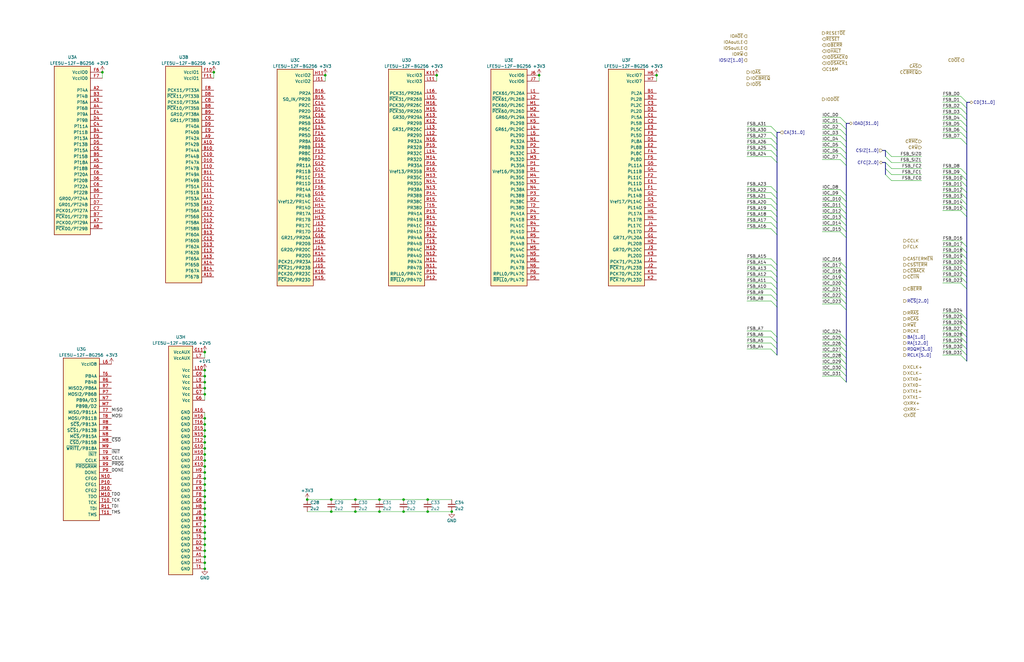
<source format=kicad_sch>
(kicad_sch (version 20230121) (generator eeschema)
  (paper "B")
  (title_block (date "\\"))
  (junction (at 86.36 232.41))
  (junction (at 86.36 176.53))
  (junction (at 137.16 31.75))
  (junction (at 86.36 237.49))
  (junction (at 86.36 217.17))
  (junction (at 86.36 191.77))
  (junction (at 86.36 184.15))
  (junction (at 160.02 210.82))
  (junction (at 129.54 210.82))
  (junction (at 184.15 31.75))
  (junction (at 86.36 194.31))
  (junction (at 86.36 219.71))
  (junction (at 86.36 201.93))
  (junction (at 90.17 30.48))
  (junction (at 43.18 30.48))
  (junction (at 86.36 196.85))
  (junction (at 86.36 204.47))
  (junction (at 86.36 240.03))
  (junction (at 86.36 222.25))
  (junction (at 86.36 189.23))
  (junction (at 86.36 181.61))
  (junction (at 86.36 186.69))
  (junction (at 227.33 31.75))
  (junction (at 170.18 215.9))
  (junction (at 180.34 210.82))
  (junction (at 86.36 199.39))
  (junction (at 160.02 215.9))
  (junction (at 190.5 215.9))
  (junction (at 86.36 148.59))
  (junction (at 86.36 166.37))
  (junction (at 86.36 212.09))
  (junction (at 86.36 179.07))
  (junction (at 86.36 234.95))
  (junction (at 86.36 209.55))
  (junction (at 139.7 215.9))
  (junction (at 86.36 163.83))
  (junction (at 86.36 229.87))
  (junction (at 149.86 210.82))
  (junction (at 149.86 215.9))
  (junction (at 139.7 210.82))
  (junction (at 86.36 207.01))
  (junction (at 86.36 161.29))
  (junction (at 180.34 215.9))
  (junction (at 86.36 158.75))
  (junction (at 86.36 156.21))
  (junction (at 86.36 227.33))
  (junction (at 276.86 31.75))
  (junction (at 170.18 210.82))
  (junction (at 86.36 214.63))
  (junction (at 86.36 224.79))
  (bus_entry (at 405.13 137.16) (size 2.54 2.54))
  (bus_entry (at 325.12 78.74) (size 2.54 2.54))
  (bus_entry (at 405.13 147.32) (size 2.54 2.54))
  (bus_entry (at 325.12 119.38) (size 2.54 2.54))
  (bus_entry (at 405.13 73.66) (size 2.54 2.54))
  (bus_entry (at 325.12 96.52) (size 2.54 2.54))
  (bus_entry (at 325.12 66.04) (size 2.54 2.54))
  (bus_entry (at 405.13 43.18) (size 2.54 2.54))
  (bus_entry (at 375.92 68.58) (size -2.54 -2.54))
  (bus_entry (at 354.33 153.67) (size 2.54 2.54))
  (bus_entry (at 325.12 53.34) (size 2.54 2.54))
  (bus_entry (at 405.13 86.36) (size 2.54 2.54))
  (bus_entry (at 325.12 55.88) (size 2.54 2.54))
  (bus_entry (at 354.33 57.15) (size 2.54 2.54))
  (bus_entry (at 375.92 66.04) (size -2.54 -2.54))
  (bus_entry (at 405.13 144.78) (size 2.54 2.54))
  (bus_entry (at 325.12 83.82) (size 2.54 2.54))
  (bus_entry (at 325.12 60.96) (size 2.54 2.54))
  (bus_entry (at 405.13 132.08) (size 2.54 2.54))
  (bus_entry (at 325.12 114.3) (size 2.54 2.54))
  (bus_entry (at 375.92 71.12) (size -2.54 -2.54))
  (bus_entry (at 354.33 123.19) (size 2.54 2.54))
  (bus_entry (at 354.33 52.07) (size 2.54 2.54))
  (bus_entry (at 354.33 118.11) (size 2.54 2.54))
  (bus_entry (at 354.33 62.23) (size 2.54 2.54))
  (bus_entry (at 325.12 121.92) (size 2.54 2.54))
  (bus_entry (at 325.12 88.9) (size 2.54 2.54))
  (bus_entry (at 354.33 92.71) (size 2.54 2.54))
  (bus_entry (at 354.33 67.31) (size 2.54 2.54))
  (bus_entry (at 354.33 128.27) (size 2.54 2.54))
  (bus_entry (at 354.33 64.77) (size 2.54 2.54))
  (bus_entry (at 405.13 119.38) (size 2.54 2.54))
  (bus_entry (at 405.13 88.9) (size 2.54 2.54))
  (bus_entry (at 354.33 140.97) (size 2.54 2.54))
  (bus_entry (at 325.12 124.46) (size 2.54 2.54))
  (bus_entry (at 325.12 93.98) (size 2.54 2.54))
  (bus_entry (at 405.13 78.74) (size 2.54 2.54))
  (bus_entry (at 405.13 40.64) (size 2.54 2.54))
  (bus_entry (at 354.33 148.59) (size 2.54 2.54))
  (bus_entry (at 375.92 76.2) (size -2.54 -2.54))
  (bus_entry (at 354.33 110.49) (size 2.54 2.54))
  (bus_entry (at 354.33 85.09) (size 2.54 2.54))
  (bus_entry (at 325.12 127) (size 2.54 2.54))
  (bus_entry (at 354.33 97.79) (size 2.54 2.54))
  (bus_entry (at 354.33 158.75) (size 2.54 2.54))
  (bus_entry (at 354.33 143.51) (size 2.54 2.54))
  (bus_entry (at 405.13 149.86) (size 2.54 2.54))
  (bus_entry (at 405.13 109.22) (size 2.54 2.54))
  (bus_entry (at 405.13 48.26) (size 2.54 2.54))
  (bus_entry (at 405.13 81.28) (size 2.54 2.54))
  (bus_entry (at 405.13 53.34) (size 2.54 2.54))
  (bus_entry (at 325.12 139.7) (size 2.54 2.54))
  (bus_entry (at 325.12 147.32) (size 2.54 2.54))
  (bus_entry (at 354.33 80.01) (size 2.54 2.54))
  (bus_entry (at 325.12 81.28) (size 2.54 2.54))
  (bus_entry (at 405.13 139.7) (size 2.54 2.54))
  (bus_entry (at 354.33 113.03) (size 2.54 2.54))
  (bus_entry (at 405.13 50.8) (size 2.54 2.54))
  (bus_entry (at 405.13 114.3) (size 2.54 2.54))
  (bus_entry (at 354.33 95.25) (size 2.54 2.54))
  (bus_entry (at 325.12 109.22) (size 2.54 2.54))
  (bus_entry (at 405.13 134.62) (size 2.54 2.54))
  (bus_entry (at 354.33 87.63) (size 2.54 2.54))
  (bus_entry (at 405.13 116.84) (size 2.54 2.54))
  (bus_entry (at 325.12 91.44) (size 2.54 2.54))
  (bus_entry (at 405.13 83.82) (size 2.54 2.54))
  (bus_entry (at 405.13 71.12) (size 2.54 2.54))
  (bus_entry (at 354.33 49.53) (size 2.54 2.54))
  (bus_entry (at 354.33 146.05) (size 2.54 2.54))
  (bus_entry (at 354.33 151.13) (size 2.54 2.54))
  (bus_entry (at 354.33 115.57) (size 2.54 2.54))
  (bus_entry (at 405.13 101.6) (size 2.54 2.54))
  (bus_entry (at 354.33 156.21) (size 2.54 2.54))
  (bus_entry (at 405.13 58.42) (size 2.54 2.54))
  (bus_entry (at 325.12 144.78) (size 2.54 2.54))
  (bus_entry (at 354.33 120.65) (size 2.54 2.54))
  (bus_entry (at 354.33 82.55) (size 2.54 2.54))
  (bus_entry (at 325.12 63.5) (size 2.54 2.54))
  (bus_entry (at 375.92 73.66) (size -2.54 -2.54))
  (bus_entry (at 354.33 90.17) (size 2.54 2.54))
  (bus_entry (at 405.13 106.68) (size 2.54 2.54))
  (bus_entry (at 405.13 45.72) (size 2.54 2.54))
  (bus_entry (at 325.12 142.24) (size 2.54 2.54))
  (bus_entry (at 354.33 54.61) (size 2.54 2.54))
  (bus_entry (at 405.13 111.76) (size 2.54 2.54))
  (bus_entry (at 325.12 58.42) (size 2.54 2.54))
  (bus_entry (at 325.12 116.84) (size 2.54 2.54))
  (bus_entry (at 405.13 142.24) (size 2.54 2.54))
  (bus_entry (at 405.13 55.88) (size 2.54 2.54))
  (bus_entry (at 354.33 125.73) (size 2.54 2.54))
  (bus_entry (at 354.33 59.69) (size 2.54 2.54))
  (bus_entry (at 325.12 86.36) (size 2.54 2.54))
  (bus_entry (at 405.13 76.2) (size 2.54 2.54))
  (bus_entry (at 325.12 111.76) (size 2.54 2.54))
  (bus_entry (at 405.13 104.14) (size 2.54 2.54))
  (wire (pts (xy 86.36 224.79) (xy 86.36 227.33)))
  (wire (pts (xy 160.02 210.82) (xy 170.18 210.82)))
  (wire (pts (xy 346.71 90.17) (xy 354.33 90.17)))
  (wire (pts (xy 346.71 110.49) (xy 354.33 110.49)))
  (wire (pts (xy 86.36 189.23) (xy 86.36 191.77)))
  (wire (pts (xy 86.36 156.21) (xy 86.36 158.75)))
  (bus (pts (xy 407.67 55.88) (xy 407.67 58.42)))
  (wire (pts (xy 180.34 215.9) (xy 190.5 215.9)))
  (wire (pts (xy 86.36 163.83) (xy 86.36 166.37)))
  (wire (pts (xy 86.36 217.17) (xy 86.36 219.71)))
  (wire (pts (xy 397.51 86.36) (xy 405.13 86.36)))
  (bus (pts (xy 356.87 87.63) (xy 356.87 90.17)))
  (bus (pts (xy 327.66 96.52) (xy 327.66 99.06)))
  (wire (pts (xy 86.36 237.49) (xy 86.36 240.03)))
  (bus (pts (xy 356.87 143.51) (xy 356.87 146.05)))
  (wire (pts (xy 346.71 120.65) (xy 354.33 120.65)))
  (bus (pts (xy 327.66 81.28) (xy 327.66 83.82)))
  (bus (pts (xy 327.66 63.5) (xy 327.66 66.04)))
  (wire (pts (xy 137.16 31.75) (xy 137.16 34.29)))
  (bus (pts (xy 356.87 115.57) (xy 356.87 118.11)))
  (bus (pts (xy 356.87 130.81) (xy 356.87 143.51)))
  (bus (pts (xy 356.87 153.67) (xy 356.87 156.21)))
  (bus (pts (xy 356.87 118.11) (xy 356.87 120.65)))
  (bus (pts (xy 407.67 88.9) (xy 407.67 91.44)))
  (wire (pts (xy 314.96 88.9) (xy 325.12 88.9)))
  (wire (pts (xy 346.71 49.53) (xy 354.33 49.53)))
  (wire (pts (xy 86.36 234.95) (xy 86.36 237.49)))
  (wire (pts (xy 314.96 111.76) (xy 325.12 111.76)))
  (wire (pts (xy 397.51 116.84) (xy 405.13 116.84)))
  (wire (pts (xy 346.71 118.11) (xy 354.33 118.11)))
  (bus (pts (xy 407.67 58.42) (xy 407.67 60.96)))
  (wire (pts (xy 129.54 215.9) (xy 139.7 215.9)))
  (bus (pts (xy 407.67 91.44) (xy 407.67 104.14)))
  (wire (pts (xy 86.36 209.55) (xy 86.36 212.09)))
  (bus (pts (xy 327.66 114.3) (xy 327.66 116.84)))
  (wire (pts (xy 397.51 81.28) (xy 405.13 81.28)))
  (wire (pts (xy 314.96 127) (xy 325.12 127)))
  (bus (pts (xy 327.66 60.96) (xy 327.66 63.5)))
  (wire (pts (xy 397.51 53.34) (xy 405.13 53.34)))
  (bus (pts (xy 407.67 83.82) (xy 407.67 86.36)))
  (wire (pts (xy 86.36 232.41) (xy 86.36 234.95)))
  (wire (pts (xy 346.71 59.69) (xy 354.33 59.69)))
  (wire (pts (xy 314.96 60.96) (xy 325.12 60.96)))
  (wire (pts (xy 346.71 115.57) (xy 354.33 115.57)))
  (bus (pts (xy 356.87 62.23) (xy 356.87 64.77)))
  (wire (pts (xy 314.96 53.34) (xy 325.12 53.34)))
  (bus (pts (xy 407.67 149.86) (xy 407.67 152.4)))
  (bus (pts (xy 407.67 50.8) (xy 407.67 53.34)))
  (wire (pts (xy 346.71 82.55) (xy 354.33 82.55)))
  (wire (pts (xy 86.36 186.69) (xy 86.36 189.23)))
  (wire (pts (xy 397.51 88.9) (xy 405.13 88.9)))
  (wire (pts (xy 397.51 71.12) (xy 405.13 71.12)))
  (bus (pts (xy 407.67 139.7) (xy 407.67 142.24)))
  (bus (pts (xy 356.87 113.03) (xy 356.87 115.57)))
  (wire (pts (xy 346.71 92.71) (xy 354.33 92.71)))
  (bus (pts (xy 407.67 73.66) (xy 407.67 76.2)))
  (bus (pts (xy 356.87 92.71) (xy 356.87 95.25)))
  (bus (pts (xy 356.87 123.19) (xy 356.87 125.73)))
  (bus (pts (xy 356.87 90.17) (xy 356.87 92.71)))
  (wire (pts (xy 397.51 119.38) (xy 405.13 119.38)))
  (wire (pts (xy 346.71 113.03) (xy 354.33 113.03)))
  (bus (pts (xy 407.67 81.28) (xy 407.67 83.82)))
  (wire (pts (xy 314.96 86.36) (xy 325.12 86.36)))
  (bus (pts (xy 327.66 111.76) (xy 327.66 114.3)))
  (wire (pts (xy 346.71 151.13) (xy 354.33 151.13)))
  (wire (pts (xy 86.36 201.93) (xy 86.36 204.47)))
  (wire (pts (xy 397.51 109.22) (xy 405.13 109.22)))
  (wire (pts (xy 314.96 93.98) (xy 325.12 93.98)))
  (bus (pts (xy 356.87 54.61) (xy 356.87 57.15)))
  (bus (pts (xy 408.94 43.18) (xy 407.67 43.18)))
  (wire (pts (xy 346.71 153.67) (xy 354.33 153.67)))
  (wire (pts (xy 346.71 85.09) (xy 354.33 85.09)))
  (wire (pts (xy 227.33 31.75) (xy 227.33 34.29)))
  (wire (pts (xy 314.96 116.84) (xy 325.12 116.84)))
  (wire (pts (xy 375.92 71.12) (xy 388.62 71.12)))
  (wire (pts (xy 397.51 142.24) (xy 405.13 142.24)))
  (wire (pts (xy 346.71 52.07) (xy 354.33 52.07)))
  (bus (pts (xy 327.66 91.44) (xy 327.66 93.98)))
  (wire (pts (xy 86.36 207.01) (xy 86.36 209.55)))
  (wire (pts (xy 346.71 54.61) (xy 354.33 54.61)))
  (wire (pts (xy 86.36 148.59) (xy 86.36 151.13)))
  (wire (pts (xy 375.92 76.2) (xy 388.62 76.2)))
  (bus (pts (xy 407.67 60.96) (xy 407.67 73.66)))
  (wire (pts (xy 397.51 50.8) (xy 405.13 50.8)))
  (bus (pts (xy 407.67 86.36) (xy 407.67 88.9)))
  (wire (pts (xy 346.71 148.59) (xy 354.33 148.59)))
  (bus (pts (xy 327.66 83.82) (xy 327.66 86.36)))
  (wire (pts (xy 314.96 144.78) (xy 325.12 144.78)))
  (wire (pts (xy 160.02 215.9) (xy 170.18 215.9)))
  (wire (pts (xy 346.71 123.19) (xy 354.33 123.19)))
  (wire (pts (xy 314.96 142.24) (xy 325.12 142.24)))
  (wire (pts (xy 397.51 76.2) (xy 405.13 76.2)))
  (wire (pts (xy 86.36 179.07) (xy 86.36 181.61)))
  (bus (pts (xy 356.87 57.15) (xy 356.87 59.69)))
  (bus (pts (xy 356.87 69.85) (xy 356.87 82.55)))
  (wire (pts (xy 314.96 78.74) (xy 325.12 78.74)))
  (wire (pts (xy 346.71 146.05) (xy 354.33 146.05)))
  (wire (pts (xy 397.51 134.62) (xy 405.13 134.62)))
  (wire (pts (xy 314.96 58.42) (xy 325.12 58.42)))
  (bus (pts (xy 327.66 88.9) (xy 327.66 91.44)))
  (bus (pts (xy 327.66 147.32) (xy 327.66 149.86)))
  (wire (pts (xy 314.96 91.44) (xy 325.12 91.44)))
  (bus (pts (xy 327.66 68.58) (xy 327.66 81.28)))
  (bus (pts (xy 327.66 116.84) (xy 327.66 119.38)))
  (wire (pts (xy 346.71 97.79) (xy 354.33 97.79)))
  (wire (pts (xy 86.36 184.15) (xy 86.36 186.69)))
  (wire (pts (xy 314.96 119.38) (xy 325.12 119.38)))
  (bus (pts (xy 356.87 100.33) (xy 356.87 113.03)))
  (wire (pts (xy 170.18 210.82) (xy 180.34 210.82)))
  (wire (pts (xy 314.96 63.5) (xy 325.12 63.5)))
  (wire (pts (xy 397.51 101.6) (xy 405.13 101.6)))
  (bus (pts (xy 327.66 144.78) (xy 327.66 147.32)))
  (wire (pts (xy 397.51 104.14) (xy 405.13 104.14)))
  (wire (pts (xy 86.36 191.77) (xy 86.36 194.31)))
  (bus (pts (xy 407.67 111.76) (xy 407.67 114.3)))
  (wire (pts (xy 397.51 147.32) (xy 405.13 147.32)))
  (bus (pts (xy 407.67 144.78) (xy 407.67 147.32)))
  (bus (pts (xy 372.11 68.58) (xy 373.38 68.58)))
  (wire (pts (xy 346.71 57.15) (xy 354.33 57.15)))
  (wire (pts (xy 86.36 166.37) (xy 86.36 168.91)))
  (bus (pts (xy 407.67 53.34) (xy 407.67 55.88)))
  (bus (pts (xy 407.67 104.14) (xy 407.67 106.68)))
  (bus (pts (xy 407.67 76.2) (xy 407.67 78.74)))
  (wire (pts (xy 86.36 194.31) (xy 86.36 196.85)))
  (bus (pts (xy 407.67 78.74) (xy 407.67 81.28)))
  (bus (pts (xy 407.67 43.18) (xy 407.67 45.72)))
  (wire (pts (xy 397.51 132.08) (xy 405.13 132.08)))
  (wire (pts (xy 86.36 229.87) (xy 86.36 232.41)))
  (bus (pts (xy 356.87 64.77) (xy 356.87 67.31)))
  (wire (pts (xy 86.36 214.63) (xy 86.36 217.17)))
  (bus (pts (xy 356.87 120.65) (xy 356.87 123.19)))
  (wire (pts (xy 397.51 111.76) (xy 405.13 111.76)))
  (wire (pts (xy 346.71 64.77) (xy 354.33 64.77)))
  (wire (pts (xy 86.36 212.09) (xy 86.36 214.63)))
  (wire (pts (xy 397.51 78.74) (xy 405.13 78.74)))
  (wire (pts (xy 314.96 66.04) (xy 325.12 66.04)))
  (bus (pts (xy 356.87 52.07) (xy 356.87 54.61)))
  (bus (pts (xy 327.66 142.24) (xy 327.66 144.78)))
  (wire (pts (xy 375.92 66.04) (xy 388.62 66.04)))
  (wire (pts (xy 86.36 176.53) (xy 86.36 179.07)))
  (bus (pts (xy 328.93 55.88) (xy 327.66 55.88)))
  (bus (pts (xy 327.66 58.42) (xy 327.66 60.96)))
  (bus (pts (xy 327.66 93.98) (xy 327.66 96.52)))
  (bus (pts (xy 407.67 114.3) (xy 407.67 116.84)))
  (bus (pts (xy 407.67 116.84) (xy 407.67 119.38)))
  (bus (pts (xy 407.67 48.26) (xy 407.67 50.8)))
  (wire (pts (xy 86.36 199.39) (xy 86.36 201.93)))
  (wire (pts (xy 314.96 83.82) (xy 325.12 83.82)))
  (bus (pts (xy 356.87 146.05) (xy 356.87 148.59)))
  (bus (pts (xy 407.67 119.38) (xy 407.67 121.92)))
  (bus (pts (xy 356.87 59.69) (xy 356.87 62.23)))
  (bus (pts (xy 356.87 95.25) (xy 356.87 97.79)))
  (bus (pts (xy 356.87 148.59) (xy 356.87 151.13)))
  (bus (pts (xy 407.67 109.22) (xy 407.67 111.76)))
  (bus (pts (xy 407.67 137.16) (xy 407.67 139.7)))
  (wire (pts (xy 314.96 147.32) (xy 325.12 147.32)))
  (bus (pts (xy 356.87 82.55) (xy 356.87 85.09)))
  (wire (pts (xy 170.18 215.9) (xy 180.34 215.9)))
  (bus (pts (xy 356.87 128.27) (xy 356.87 130.81)))
  (bus (pts (xy 356.87 85.09) (xy 356.87 87.63)))
  (wire (pts (xy 180.34 210.82) (xy 190.5 210.82)))
  (wire (pts (xy 397.51 40.64) (xy 405.13 40.64)))
  (bus (pts (xy 327.66 121.92) (xy 327.66 124.46)))
  (wire (pts (xy 397.51 139.7) (xy 405.13 139.7)))
  (wire (pts (xy 375.92 68.58) (xy 388.62 68.58)))
  (wire (pts (xy 397.51 83.82) (xy 405.13 83.82)))
  (wire (pts (xy 314.96 139.7) (xy 325.12 139.7)))
  (bus (pts (xy 407.67 106.68) (xy 407.67 109.22)))
  (wire (pts (xy 86.36 161.29) (xy 86.36 163.83)))
  (wire (pts (xy 346.71 80.01) (xy 354.33 80.01)))
  (bus (pts (xy 327.66 99.06) (xy 327.66 111.76)))
  (wire (pts (xy 397.51 114.3) (xy 405.13 114.3)))
  (wire (pts (xy 346.71 62.23) (xy 354.33 62.23)))
  (bus (pts (xy 356.87 156.21) (xy 356.87 158.75)))
  (wire (pts (xy 86.36 158.75) (xy 86.36 161.29)))
  (wire (pts (xy 314.96 81.28) (xy 325.12 81.28)))
  (wire (pts (xy 43.18 30.48) (xy 43.18 33.02)))
  (bus (pts (xy 358.14 52.07) (xy 356.87 52.07)))
  (bus (pts (xy 373.38 71.12) (xy 373.38 73.66)))
  (wire (pts (xy 129.54 210.82) (xy 139.7 210.82)))
  (wire (pts (xy 397.51 55.88) (xy 405.13 55.88)))
  (bus (pts (xy 327.66 124.46) (xy 327.66 127)))
  (wire (pts (xy 90.17 30.48) (xy 90.17 33.02)))
  (wire (pts (xy 86.36 204.47) (xy 86.36 207.01)))
  (bus (pts (xy 356.87 67.31) (xy 356.87 69.85)))
  (wire (pts (xy 139.7 215.9) (xy 149.86 215.9)))
  (wire (pts (xy 397.51 144.78) (xy 405.13 144.78)))
  (wire (pts (xy 184.15 31.75) (xy 184.15 34.29)))
  (bus (pts (xy 373.38 68.58) (xy 373.38 71.12)))
  (wire (pts (xy 397.51 43.18) (xy 405.13 43.18)))
  (wire (pts (xy 139.7 210.82) (xy 149.86 210.82)))
  (wire (pts (xy 314.96 124.46) (xy 325.12 124.46)))
  (wire (pts (xy 397.51 45.72) (xy 405.13 45.72)))
  (wire (pts (xy 397.51 73.66) (xy 405.13 73.66)))
  (bus (pts (xy 407.67 121.92) (xy 407.67 134.62)))
  (wire (pts (xy 314.96 121.92) (xy 325.12 121.92)))
  (wire (pts (xy 276.86 31.75) (xy 276.86 34.29)))
  (wire (pts (xy 314.96 109.22) (xy 325.12 109.22)))
  (wire (pts (xy 86.36 222.25) (xy 86.36 224.79)))
  (bus (pts (xy 407.67 134.62) (xy 407.67 137.16)))
  (wire (pts (xy 346.71 156.21) (xy 354.33 156.21)))
  (wire (pts (xy 397.51 58.42) (xy 405.13 58.42)))
  (wire (pts (xy 314.96 96.52) (xy 325.12 96.52)))
  (wire (pts (xy 388.62 73.66) (xy 375.92 73.66)))
  (wire (pts (xy 314.96 55.88) (xy 325.12 55.88)))
  (wire (pts (xy 86.36 219.71) (xy 86.36 222.25)))
  (bus (pts (xy 327.66 129.54) (xy 327.66 142.24)))
  (wire (pts (xy 397.51 137.16) (xy 405.13 137.16)))
  (wire (pts (xy 346.71 158.75) (xy 354.33 158.75)))
  (wire (pts (xy 86.36 173.99) (xy 86.36 176.53)))
  (wire (pts (xy 149.86 215.9) (xy 160.02 215.9)))
  (bus (pts (xy 356.87 125.73) (xy 356.87 128.27)))
  (wire (pts (xy 346.71 67.31) (xy 354.33 67.31)))
  (bus (pts (xy 372.11 63.5) (xy 373.38 63.5)))
  (wire (pts (xy 346.71 128.27) (xy 354.33 128.27)))
  (wire (pts (xy 346.71 87.63) (xy 354.33 87.63)))
  (bus (pts (xy 327.66 86.36) (xy 327.66 88.9)))
  (bus (pts (xy 356.87 158.75) (xy 356.87 161.29)))
  (bus (pts (xy 327.66 66.04) (xy 327.66 68.58)))
  (wire (pts (xy 314.96 114.3) (xy 325.12 114.3)))
  (wire (pts (xy 346.71 143.51) (xy 354.33 143.51)))
  (bus (pts (xy 407.67 142.24) (xy 407.67 144.78)))
  (bus (pts (xy 373.38 63.5) (xy 373.38 66.04)))
  (bus (pts (xy 327.66 55.88) (xy 327.66 58.42)))
  (wire (pts (xy 397.51 149.86) (xy 405.13 149.86)))
  (bus (pts (xy 356.87 97.79) (xy 356.87 100.33)))
  (wire (pts (xy 346.71 95.25) (xy 354.33 95.25)))
  (wire (pts (xy 397.51 48.26) (xy 405.13 48.26)))
  (wire (pts (xy 86.36 181.61) (xy 86.36 184.15)))
  (bus (pts (xy 327.66 127) (xy 327.66 129.54)))
  (bus (pts (xy 407.67 147.32) (xy 407.67 149.86)))
  (wire (pts (xy 397.51 106.68) (xy 405.13 106.68)))
  (wire (pts (xy 346.71 140.97) (xy 354.33 140.97)))
  (wire (pts (xy 346.71 125.73) (xy 354.33 125.73)))
  (bus (pts (xy 327.66 119.38) (xy 327.66 121.92)))
  (wire (pts (xy 149.86 210.82) (xy 160.02 210.82)))
  (bus (pts (xy 356.87 151.13) (xy 356.87 153.67)))
  (wire (pts (xy 86.36 196.85) (xy 86.36 199.39)))
  (bus (pts (xy 407.67 45.72) (xy 407.67 48.26)))
  (wire (pts (xy 86.36 227.33) (xy 86.36 229.87)))
  (label "FSB_D20" (at 397.51 111.76 0))
  (label "FSB_D19" (at 397.51 109.22 0))
  (label "IOC_D13" (at 346.71 92.71 0))
  (label "FSB_A27" (at 314.96 58.42 0))
  (label "FSB_D26" (at 397.51 137.16 0))
  (label "FSB_D14" (at 397.51 86.36 0))
  (label "IOC_D14" (at 346.71 95.25 0))
  (label "FSB_D8" (at 397.51 71.12 0))
  (label "FSB_D2" (at 397.51 45.72 0))
  (label "FSB_D25" (at 397.51 134.62 0))
  (label "IOC_D20" (at 346.71 120.65 0))
  (label "FSB_D7" (at 397.51 58.42 0))
  (label "FSB_D18" (at 397.51 106.68 0))
  (label "FSB_D11" (at 397.51 78.74 0))
  (label "FSB_A17" (at 314.96 93.98 0))
  (label "IOC_D5" (at 346.71 62.23 0))
  (label "FSB_D29" (at 397.51 144.78 0))
  (label "IOC_D7" (at 346.71 67.31 0))
  (label "IOC_D26" (at 346.71 146.05 0))
  (label "FSB_D10" (at 397.51 76.2 0))
  (label "FSB_A13" (at 314.96 114.3 0))
  (label "FSB_D21" (at 397.51 114.3 0))
  (label "FSB_A31" (at 314.96 53.34 0))
  (label "DONE" (at 46.99 199.39 0))
  (label "FSB_D22" (at 397.51 116.84 0))
  (label "TDI" (at 46.99 214.63 0))
  (label "IOC_D9" (at 346.71 82.55 0))
  (label "FSB_D15" (at 397.51 88.9 0))
  (label "IOC_D31" (at 346.71 158.75 0))
  (label "FSB_FC0" (at 388.62 76.2 180))
  (label "FSB_A23" (at 314.96 78.74 0))
  (label "FSB_SIZ1" (at 388.62 68.58 180))
  (label "IOC_D16" (at 346.71 110.49 0))
  (label "FSB_A4" (at 314.96 147.32 0))
  (label "FSB_A19" (at 314.96 88.9 0))
  (label "IOC_D24" (at 346.71 140.97 0))
  (label "FSB_A22" (at 314.96 81.28 0))
  (label "FSB_A26" (at 314.96 60.96 0))
  (label "IOC_D1" (at 346.71 52.07 0))
  (label "FSB_D27" (at 397.51 139.7 0))
  (label "IOC_D22" (at 346.71 125.73 0))
  (label "FSB_D17" (at 397.51 104.14 0))
  (label "IOC_D4" (at 346.71 59.69 0))
  (label "FSB_A7" (at 314.96 139.7 0))
  (label "FSB_D23" (at 397.51 119.38 0))
  (label "FSB_A9" (at 314.96 124.46 0))
  (label "IOC_D17" (at 346.71 113.03 0))
  (label "FSB_A12" (at 314.96 116.84 0))
  (label "FSB_A20" (at 314.96 86.36 0))
  (label "FSB_D0" (at 397.51 40.64 0))
  (label "FSB_A6" (at 314.96 142.24 0))
  (label "IOC_D18" (at 346.71 115.57 0))
  (label "IOC_D27" (at 346.71 148.59 0))
  (label "FSB_D12" (at 397.51 81.28 0))
  (label "IOC_D3" (at 346.71 57.15 0))
  (label "FSB_D1" (at 397.51 43.18 0))
  (label "FSB_D30" (at 397.51 147.32 0))
  (label "IOC_D29" (at 346.71 153.67 0))
  (label "IOC_D30" (at 346.71 156.21 0))
  (label "MISO" (at 46.99 173.99 0))
  (label "FSB_A16" (at 314.96 96.52 0))
  (label "FSB_D9" (at 397.51 73.66 0))
  (label "IOC_D12" (at 346.71 90.17 0))
  (label "FSB_A8" (at 314.96 127 0))
  (label "FSB_D6" (at 397.51 55.88 0))
  (label "IOC_D8" (at 346.71 80.01 0))
  (label "FSB_D31" (at 397.51 149.86 0))
  (label "FSB_A5" (at 314.96 144.78 0))
  (label "IOC_D11" (at 346.71 87.63 0))
  (label "IOC_D23" (at 346.71 128.27 0))
  (label "IOC_D10" (at 346.71 85.09 0))
  (label "~{INIT}" (at 46.99 191.77 0))
  (label "FSB_A24" (at 314.96 66.04 0))
  (label "FSB_A21" (at 314.96 83.82 0))
  (label "TDO" (at 46.99 209.55 0))
  (label "IOC_D2" (at 346.71 54.61 0))
  (label "FSB_D3" (at 397.51 48.26 0))
  (label "CCLK" (at 46.99 194.31 0))
  (label "FSB_FC2" (at 388.62 71.12 180))
  (label "FSB_D28" (at 397.51 142.24 0))
  (label "FSB_FC1" (at 388.62 73.66 180))
  (label "FSB_A18" (at 314.96 91.44 0))
  (label "FSB_A30" (at 314.96 55.88 0))
  (label "IOC_D21" (at 346.71 123.19 0))
  (label "IOC_D25" (at 346.71 143.51 0))
  (label "TMS" (at 46.99 217.17 0))
  (label "FSB_D5" (at 397.51 53.34 0))
  (label "~{CSO}" (at 46.99 186.69 0))
  (label "~{PROG}" (at 46.99 196.85 0))
  (label "IOC_D6" (at 346.71 64.77 0))
  (label "FSB_D24" (at 397.51 132.08 0))
  (label "FSB_A25" (at 314.96 63.5 0))
  (label "FSB_SIZ0" (at 388.62 66.04 180))
  (label "FSB_D4" (at 397.51 50.8 0))
  (label "FSB_A14" (at 314.96 111.76 0))
  (label "IOC_D0" (at 346.71 49.53 0))
  (label "IOC_D19" (at 346.71 118.11 0))
  (label "IOC_D15" (at 346.71 97.79 0))
  (label "FSB_D16" (at 397.51 101.6 0))
  (label "FSB_A11" (at 314.96 119.38 0))
  (label "MOSI" (at 46.99 176.53 0))
  (label "TCK" (at 46.99 212.09 0))
  (label "FSB_A10" (at 314.96 121.92 0))
  (label "FSB_D13" (at 397.51 83.82 0))
  (label "IOC_D28" (at 346.71 151.13 0))
  (label "FSB_A15" (at 314.96 109.22 0))
  (hierarchical_label "R~{RAS}" (shape output) (at 381 132.08 0))
  (hierarchical_label "XTX1-" (shape output) (at 381 167.64 0))
  (hierarchical_label "CSIZ[1..0]" (shape input) (at 372.11 63.5 180))
  (hierarchical_label "RDQM[3..0]" (shape output) (at 381 147.32 0))
  (hierarchical_label "IOAoutLE" (shape output) (at 314.96 17.78 180))
  (hierarchical_label "IOSIZ[1..0]" (shape output) (at 314.96 25.4 180))
  (hierarchical_label "XTX1+" (shape output) (at 381 165.1 0))
  (hierarchical_label "CA[31..0]" (shape input) (at 328.93 55.88 0))
  (hierarchical_label "IOA~{OE}" (shape output) (at 314.96 15.24 180))
  (hierarchical_label "IO~{DSACK}0" (shape input) (at 346.71 24.13 0))
  (hierarchical_label "XCLK-" (shape output) (at 381 157.48 0))
  (hierarchical_label "C~{RMC}" (shape input) (at 388.62 59.69 180))
  (hierarchical_label "R~{CS}[2..0]" (shape output) (at 381 127 0))
  (hierarchical_label "IO~{BERR}" (shape input) (at 346.71 19.05 0))
  (hierarchical_label "XTX0-" (shape output) (at 381 162.56 0))
  (hierarchical_label "IOD~{OE}" (shape output) (at 346.71 41.91 0))
  (hierarchical_label "IOAD[31..0]" (shape bidirectional) (at 358.14 52.07 0))
  (hierarchical_label "C~{AS}" (shape input) (at 388.62 27.94 180))
  (hierarchical_label "IO~{DS}" (shape output) (at 314.96 35.56 0))
  (hierarchical_label "XRX-" (shape input) (at 381 172.72 0))
  (hierarchical_label "RESET~{OE}" (shape output) (at 346.71 13.97 0))
  (hierarchical_label "IO~{AS}" (shape output) (at 314.96 30.48 0))
  (hierarchical_label "CD[31..0]" (shape bidirectional) (at 408.94 43.18 0))
  (hierarchical_label "X~{OE}" (shape input) (at 381 175.26 0))
  (hierarchical_label "C16M" (shape input) (at 346.71 29.21 0))
  (hierarchical_label "CFC[2..0]" (shape bidirectional) (at 372.11 68.58 180))
  (hierarchical_label "CR~{W}" (shape input) (at 388.62 62.23 180))
  (hierarchical_label "RA[12..0]" (shape output) (at 381 144.78 0))
  (hierarchical_label "XTX0+" (shape output) (at 381 160.02 0))
  (hierarchical_label "~{RESET}" (shape input) (at 346.71 16.51 0))
  (hierarchical_label "IOR~{W}" (shape output) (at 314.96 22.86 180))
  (hierarchical_label "RCKE" (shape output) (at 381 139.7 0))
  (hierarchical_label "RCLK[5..0]" (shape output) (at 381 149.86 0))
  (hierarchical_label "CASTERM~{EN}" (shape output) (at 381 109.22 0))
  (hierarchical_label "CCLK" (shape output) (at 381 101.6 0))
  (hierarchical_label "FCLK" (shape output) (at 381 104.14 0))
  (hierarchical_label "IO~{DSACK}1" (shape input) (at 346.71 26.67 0))
  (hierarchical_label "C~{CBREQ}" (shape input) (at 388.62 30.48 180))
  (hierarchical_label "R~{CAS}" (shape output) (at 381 134.62 0))
  (hierarchical_label "IO~{CBREQ}" (shape output) (at 314.96 33.02 0))
  (hierarchical_label "BA[1..0]" (shape output) (at 381 142.24 0))
  (hierarchical_label "R~{WE}" (shape output) (at 381 137.16 0))
  (hierarchical_label "IOSoutLE" (shape output) (at 314.96 20.32 180))
  (hierarchical_label "C~{BERR}" (shape output) (at 381 121.92 0))
  (hierarchical_label "XRX+" (shape input) (at 381 170.18 0))
  (hierarchical_label "CS~{STERM}" (shape output) (at 381 111.76 0))
  (hierarchical_label "IO~{HALT}" (shape input) (at 346.71 21.59 0))
  (hierarchical_label "C~{CIIN}" (shape output) (at 381 116.84 0))
  (hierarchical_label "CD~{OE}" (shape output) (at 406.4 25.4 180))
  (hierarchical_label "XCLK+" (shape output) (at 381 154.94 0))
  (hierarchical_label "C~{CBACK}" (shape output) (at 381 114.3 0))
  (symbol (lib_id "Device:C_Small") (at 139.7 213.36 0) (unit 1)
    (property "Reference" "C29" (at 140.97 212.09 0) (effects (justify left)))
    (property "Value" "2u2" (at 140.97 214.63 0) (effects (justify left)))
    (property "Footprint" "stdpads:C_0603" (effects hide))
    (instances (project "SE-030" (path "" (reference "C29") (unit 1)) (path "" (reference "C?") (unit 1))))
  )
  (symbol (lib_id "Device:C_Small") (at 149.86 213.36 0) (unit 1)
    (property "Reference" "C30" (at 151.13 212.09 0) (effects (justify left)))
    (property "Value" "2u2" (at 151.13 214.63 0) (effects (justify left)))
    (property "Footprint" "stdpads:C_0603" (effects hide))
    (instances (project "SE-030" (path "" (reference "C30") (unit 1)) (path "" (reference "C?") (unit 1))))
  )
  (symbol (lib_id "Device:C_Small") (at 160.02 213.36 0) (unit 1)
    (property "Reference" "C31" (at 161.29 212.09 0) (effects (justify left)))
    (property "Value" "2u2" (at 161.29 214.63 0) (effects (justify left)))
    (property "Footprint" "stdpads:C_0603" (effects hide))
    (instances (project "SE-030" (path "" (reference "C31") (unit 1)) (path "" (reference "C?") (unit 1))))
  )
  (symbol (lib_id "power:+3V3") (at 129.54 210.82 0) (unit 1)
    (property "Reference" "#PWR0157" (effects hide))
    (property "Value" "+3V3" (at 129.54 207.01 0))
    (instances (project "SE-030" (path "" (reference "#PWR0157") (unit 1)) (path "" (reference "#PWR?") (unit 1))))
  )
  (symbol (lib_id "Device:C_Small") (at 129.54 213.36 0) (unit 1)
    (property "Reference" "C28" (at 130.81 212.09 0) (effects (justify left)))
    (property "Value" "2u2" (at 130.81 214.63 0) (effects (justify left)))
    (property "Footprint" "stdpads:C_0603" (effects hide))
    (instances (project "SE-030" (path "" (reference "C28") (unit 1)) (path "" (reference "C?") (unit 1))))
  )
  (symbol (lib_id "Device:C_Small") (at 180.34 213.36 0) (unit 1)
    (property "Reference" "C33" (at 181.61 212.09 0) (effects (justify left)))
    (property "Value" "2u2" (at 181.61 214.63 0) (effects (justify left)))
    (property "Footprint" "stdpads:C_0603" (effects hide))
    (instances (project "SE-030" (path "" (reference "C33") (unit 1)) (path "" (reference "C?") (unit 1))))
  )
  (symbol (lib_id "Device:C_Small") (at 170.18 213.36 0) (unit 1)
    (property "Reference" "C32" (at 171.45 212.09 0) (effects (justify left)))
    (property "Value" "2u2" (at 171.45 214.63 0) (effects (justify left)))
    (property "Footprint" "stdpads:C_0603" (effects hide))
    (instances (project "SE-030" (path "" (reference "C32") (unit 1)) (path "" (reference "C?") (unit 1))))
  )
  (symbol (lib_id "power:GND") (at 190.5 215.9 0) (mirror y) (unit 1)
    (property "Reference" "#PWR0158" (effects hide))
    (property "Value" "GND" (at 190.5 219.71 0))
    (instances (project "SE-030" (path "" (reference "#PWR0158") (unit 1)) (path "" (reference "#PWR?") (unit 1))))
  )
  (symbol (lib_id "Device:C_Small") (at 190.5 213.36 0) (unit 1)
    (property "Reference" "C34" (at 191.77 212.09 0) (effects (justify left)))
    (property "Value" "2u2" (at 191.77 214.63 0) (effects (justify left)))
    (property "Footprint" "stdpads:C_0603" (effects hide))
    (instances (project "SE-030" (path "" (reference "C34") (unit 1)) (path "" (reference "C?") (unit 1))))
  )
  (symbol (lib_id "GW_PLD:LFE5U-12F-BG256") (at 73.66 163.83 0) (unit 8)
    (property "Reference" "U3" (at 76.2 142.24 0))
    (property "Value" "LFE5U-12F-BG256" (at 73.66 144.78 0))
    (property "Footprint" "stdpads:Lattice_CABGA-256_14x14mm" (effects hide))
    (property "Datasheet" "http://www.latticesemi.com/-/media/LatticeSemi/Documents/DataSheets/ECP5/FPGA-DS-02012-1-9-ECP5-ECP5G-Family-Data-Sheet.ashx?document_id=50461" (effects hide))
  )
  (symbol (lib_id "power:+3V3") (at 276.86 31.75 0) (unit 1)
    (property "Reference" "#PWR033" (effects hide))
    (property "Value" "+3V3" (at 276.86 27.94 0))
    (instances (project "SE-030" (path "" (reference "#PWR033") (unit 1)) (path "" (reference "#PWR?") (unit 1))))
  )
  (symbol (lib_id "GW_PLD:LFE5U-12F-BG256") (at 29.21 168.91 0) (unit 7)
    (property "Reference" "U3" (at 34.29 147.32 0))
    (property "Value" "LFE5U-12F-BG256" (at 34.29 149.86 0))
    (property "Footprint" "stdpads:Lattice_CABGA-256_14x14mm" (effects hide))
    (property "Datasheet" "http://www.latticesemi.com/-/media/LatticeSemi/Documents/DataSheets/ECP5/FPGA-DS-02012-1-9-ECP5-ECP5G-Family-Data-Sheet.ashx?document_id=50461" (effects hide))
  )
  (symbol (lib_id "power:+2V5") (at 86.36 148.59 0) (unit 1)
    (property "Reference" "#PWR034" (effects hide))
    (property "Value" "+2V5" (at 86.36 144.78 0))
  )
  (symbol (lib_id "power:+3V3") (at 184.15 31.75 0) (unit 1)
    (property "Reference" "#PWR030" (effects hide))
    (property "Value" "+3V3" (at 184.15 27.94 0))
    (instances (project "SE-030" (path "" (reference "#PWR030") (unit 1)) (path "" (reference "#PWR?") (unit 1))))
  )
  (symbol (lib_id "power:+3V3") (at 46.99 153.67 0) (unit 1)
    (property "Reference" "#PWR027" (effects hide))
    (property "Value" "+3V3" (at 46.99 149.86 0))
    (instances (project "SE-030" (path "" (reference "#PWR027") (unit 1)) (path "" (reference "#PWR?") (unit 1))))
  )
  (symbol (lib_id "GW_PLD:LFE5U-12F-BG256") (at 209.55 46.99 0) (unit 5)
    (property "Reference" "U3" (at 214.63 25.4 0))
    (property "Value" "LFE5U-12F-BG256" (at 214.63 27.94 0))
    (property "Footprint" "stdpads:Lattice_CABGA-256_14x14mm" (effects hide))
    (property "Datasheet" "http://www.latticesemi.com/-/media/LatticeSemi/Documents/DataSheets/ECP5/FPGA-DS-02012-1-9-ECP5-ECP5G-Family-Data-Sheet.ashx?document_id=50461" (effects hide))
  )
  (symbol (lib_id "GW_PLD:LFE5U-12F-BG256") (at 259.08 46.99 0) (unit 6)
    (property "Reference" "U3" (at 264.16 25.4 0))
    (property "Value" "LFE5U-12F-BG256" (at 264.16 27.94 0))
    (property "Footprint" "stdpads:Lattice_CABGA-256_14x14mm" (effects hide))
    (property "Datasheet" "http://www.latticesemi.com/-/media/LatticeSemi/Documents/DataSheets/ECP5/FPGA-DS-02012-1-9-ECP5-ECP5G-Family-Data-Sheet.ashx?document_id=50461" (effects hide))
  )
  (symbol (lib_id "GW_PLD:LFE5U-12F-BG256") (at 72.39 45.72 0) (unit 2)
    (property "Reference" "U3" (at 77.47 24.13 0))
    (property "Value" "LFE5U-12F-BG256" (at 77.47 26.67 0))
    (property "Footprint" "stdpads:Lattice_CABGA-256_14x14mm" (effects hide))
    (property "Datasheet" "http://www.latticesemi.com/-/media/LatticeSemi/Documents/DataSheets/ECP5/FPGA-DS-02012-1-9-ECP5-ECP5G-Family-Data-Sheet.ashx?document_id=50461" (effects hide))
  )
  (symbol (lib_id "power:GND") (at 86.36 240.03 0) (unit 1)
    (property "Reference" "#PWR036" (effects hide))
    (property "Value" "GND" (at 86.36 243.84 0))
  )
  (symbol (lib_id "power:+1V1") (at 86.36 156.21 0) (unit 1)
    (property "Reference" "#PWR035" (effects hide))
    (property "Value" "+1V1" (at 86.36 152.4 0))
  )
  (symbol (lib_id "GW_PLD:LFE5U-12F-BG256") (at 166.37 46.99 0) (unit 4)
    (property "Reference" "U3" (at 171.45 25.4 0))
    (property "Value" "LFE5U-12F-BG256" (at 171.45 27.94 0))
    (property "Footprint" "stdpads:Lattice_CABGA-256_14x14mm" (effects hide))
    (property "Datasheet" "http://www.latticesemi.com/-/media/LatticeSemi/Documents/DataSheets/ECP5/FPGA-DS-02012-1-9-ECP5-ECP5G-Family-Data-Sheet.ashx?document_id=50461" (effects hide))
  )
  (symbol (lib_id "GW_PLD:LFE5U-12F-BG256") (at 119.38 46.99 0) (unit 3)
    (property "Reference" "U3" (at 124.46 25.4 0))
    (property "Value" "LFE5U-12F-BG256" (at 124.46 27.94 0))
    (property "Footprint" "stdpads:Lattice_CABGA-256_14x14mm" (effects hide))
    (property "Datasheet" "http://www.latticesemi.com/-/media/LatticeSemi/Documents/DataSheets/ECP5/FPGA-DS-02012-1-9-ECP5-ECP5G-Family-Data-Sheet.ashx?document_id=50461" (effects hide))
  )
  (symbol (lib_id "power:+3V3") (at 137.16 31.75 0) (unit 1)
    (property "Reference" "#PWR031" (effects hide))
    (property "Value" "+3V3" (at 137.16 27.94 0))
    (instances (project "SE-030" (path "" (reference "#PWR031") (unit 1)) (path "" (reference "#PWR?") (unit 1))))
  )
  (symbol (lib_id "power:+3V3") (at 227.33 31.75 0) (unit 1)
    (property "Reference" "#PWR032" (effects hide))
    (property "Value" "+3V3" (at 227.33 27.94 0))
    (instances (project "SE-030" (path "" (reference "#PWR032") (unit 1)) (path "" (reference "#PWR?") (unit 1))))
  )
  (symbol (lib_id "GW_PLD:LFE5U-12F-BG256") (at 25.4 45.72 0) (unit 1)
    (property "Reference" "U3" (at 30.48 24.13 0))
    (property "Value" "LFE5U-12F-BG256" (at 30.48 26.67 0))
    (property "Footprint" "stdpads:Lattice_CABGA-256_14x14mm" (effects hide))
    (property "Datasheet" "http://www.latticesemi.com/-/media/LatticeSemi/Documents/DataSheets/ECP5/FPGA-DS-02012-1-9-ECP5-ECP5G-Family-Data-Sheet.ashx?document_id=50461" (effects hide))
  )
  (symbol (lib_id "power:+3V3") (at 43.18 30.48 0) (unit 1)
    (property "Reference" "#PWR028" (effects hide))
    (property "Value" "+3V3" (at 43.18 26.67 0))
    (instances (project "SE-030" (path "" (reference "#PWR028") (unit 1)) (path "" (reference "#PWR?") (unit 1))))
  )
  (symbol (lib_id "power:+3V3") (at 90.17 30.48 0) (unit 1)
    (property "Reference" "#PWR029" (effects hide))
    (property "Value" "+3V3" (at 90.17 26.67 0))
    (instances (project "SE-030" (path "" (reference "#PWR029") (unit 1)) (path "" (reference "#PWR?") (unit 1))))
  )
)
</source>
